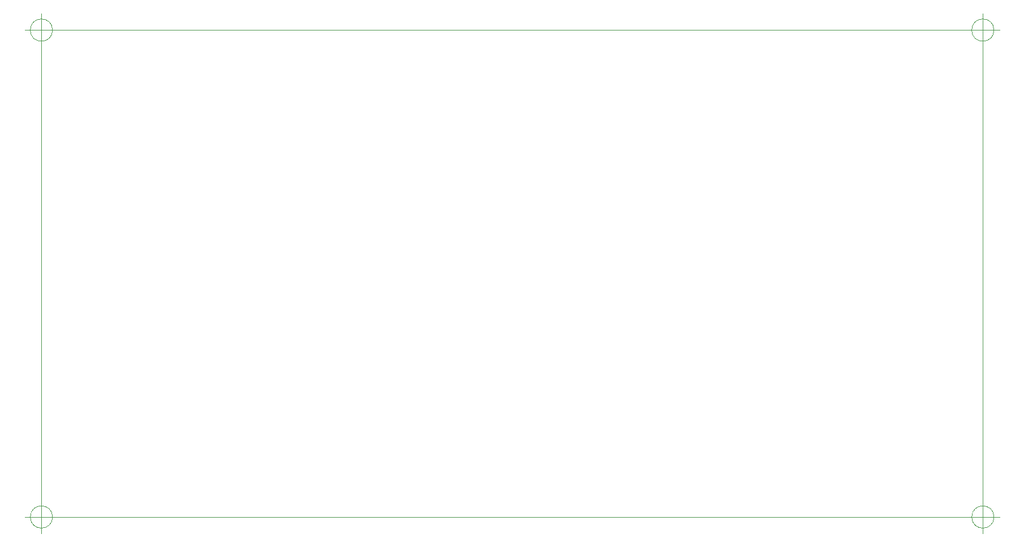
<source format=gbr>
G04 #@! TF.GenerationSoftware,KiCad,Pcbnew,(5.1.8-0-10_14)*
G04 #@! TF.CreationDate,2020-12-01T12:54:20-05:00*
G04 #@! TF.ProjectId,Rockman Chorus ver 2.0,526f636b-6d61-46e2-9043-686f72757320,rev?*
G04 #@! TF.SameCoordinates,Original*
G04 #@! TF.FileFunction,Profile,NP*
%FSLAX46Y46*%
G04 Gerber Fmt 4.6, Leading zero omitted, Abs format (unit mm)*
G04 Created by KiCad (PCBNEW (5.1.8-0-10_14)) date 2020-12-01 12:54:20*
%MOMM*%
%LPD*%
G01*
G04 APERTURE LIST*
G04 #@! TA.AperFunction,Profile*
%ADD10C,0.100000*%
G04 #@! TD*
G04 APERTURE END LIST*
D10*
X15875000Y-13970000D02*
X15875000Y-86995000D01*
X17541666Y-13970000D02*
G75*
G03*
X17541666Y-13970000I-1666666J0D01*
G01*
X13375000Y-13970000D02*
X18375000Y-13970000D01*
X15875000Y-11470000D02*
X15875000Y-16470000D01*
X17541666Y-86995000D02*
G75*
G03*
X17541666Y-86995000I-1666666J0D01*
G01*
X13375000Y-86995000D02*
X18375000Y-86995000D01*
X15875000Y-84495000D02*
X15875000Y-89495000D01*
X158511666Y-86995000D02*
G75*
G03*
X158511666Y-86995000I-1666666J0D01*
G01*
X154345000Y-86995000D02*
X159345000Y-86995000D01*
X156845000Y-84495000D02*
X156845000Y-89495000D01*
X158511666Y-13970000D02*
G75*
G03*
X158511666Y-13970000I-1666666J0D01*
G01*
X154345000Y-13970000D02*
X159345000Y-13970000D01*
X156845000Y-11470000D02*
X156845000Y-16470000D01*
X15875000Y-86995000D02*
X156845000Y-86995000D01*
X156845000Y-13970000D02*
X156845000Y-86995000D01*
X15875000Y-13970000D02*
X156845000Y-13970000D01*
M02*

</source>
